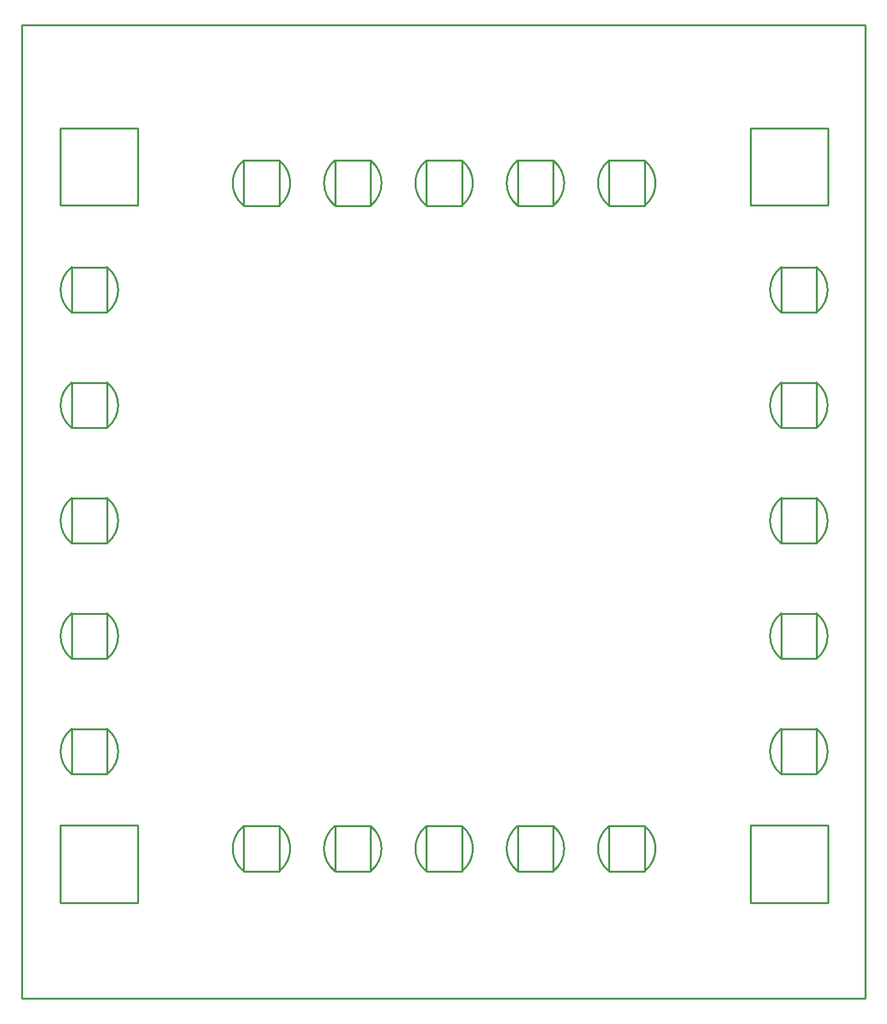
<source format=gko>
G04 Layer: BoardOutlineLayer*
G04 EasyEDA v6.5.29, 2023-07-19 21:34:44*
G04 25dd6f9caf2f465b81daf7de5460995f,5a6b42c53f6a479593ecc07194224c93,10*
G04 Gerber Generator version 0.2*
G04 Scale: 100 percent, Rotated: No, Reflected: No *
G04 Dimensions in millimeters *
G04 leading zeros omitted , absolute positions ,4 integer and 5 decimal *
%FSLAX45Y45*%
%MOMM*%

%ADD10C,0.2540*%
D10*
X0Y12852400D02*
G01*
X11137900Y12852400D01*
X11137900Y0D01*
X0Y0D01*
X0Y12852400D01*
G75*
G01*
X654705Y9060647D02*
G02*
X654949Y9659343I234195J299253D01*
X654949Y9659343D02*
G01*
X654705Y9060647D01*
X654502Y9659899D02*
G01*
X654502Y9059900D01*
X654502Y9059900D02*
G01*
X1123502Y9059900D01*
X1123502Y9059900D02*
G01*
X1123502Y9659899D01*
X1123502Y9659899D02*
G01*
X654502Y9659899D01*
G75*
G01*
X1123097Y9060647D02*
G03*
X1122853Y9659343I-234196J299253D01*
X1122852Y9659343D02*
G01*
X1123096Y9060647D01*
G75*
G01*
X654705Y7536647D02*
G02*
X654949Y8135343I234195J299253D01*
X654949Y8135343D02*
G01*
X654705Y7536647D01*
X654502Y8135899D02*
G01*
X654502Y7535900D01*
X654502Y7535900D02*
G01*
X1123502Y7535900D01*
X1123502Y7535900D02*
G01*
X1123502Y8135899D01*
X1123502Y8135899D02*
G01*
X654502Y8135899D01*
G75*
G01*
X1123097Y7536647D02*
G03*
X1122853Y8135343I-234196J299253D01*
X1122852Y8135343D02*
G01*
X1123096Y7536647D01*
G75*
G01*
X654705Y6012647D02*
G02*
X654949Y6611343I234195J299253D01*
X654949Y6611343D02*
G01*
X654705Y6012647D01*
X654502Y6611899D02*
G01*
X654502Y6011900D01*
X654502Y6011900D02*
G01*
X1123502Y6011900D01*
X1123502Y6011900D02*
G01*
X1123502Y6611899D01*
X1123502Y6611899D02*
G01*
X654502Y6611899D01*
G75*
G01*
X1123097Y6012647D02*
G03*
X1122853Y6611343I-234196J299253D01*
X1122852Y6611343D02*
G01*
X1123096Y6012647D01*
G75*
G01*
X654705Y4488647D02*
G02*
X654949Y5087343I234195J299253D01*
X654949Y5087343D02*
G01*
X654705Y4488647D01*
X654502Y5087899D02*
G01*
X654502Y4487900D01*
X654502Y4487900D02*
G01*
X1123502Y4487900D01*
X1123502Y4487900D02*
G01*
X1123502Y5087899D01*
X1123502Y5087899D02*
G01*
X654502Y5087899D01*
G75*
G01*
X1123097Y4488647D02*
G03*
X1122853Y5087343I-234196J299253D01*
X1122852Y5087343D02*
G01*
X1123096Y4488647D01*
G75*
G01*
X654705Y2964647D02*
G02*
X654949Y3563343I234195J299253D01*
X654949Y3563343D02*
G01*
X654705Y2964647D01*
X654502Y3563899D02*
G01*
X654502Y2963900D01*
X654502Y2963900D02*
G01*
X1123502Y2963900D01*
X1123502Y2963900D02*
G01*
X1123502Y3563899D01*
X1123502Y3563899D02*
G01*
X654502Y3563899D01*
G75*
G01*
X1123097Y2964647D02*
G03*
X1122853Y3563343I-234196J299253D01*
X1122852Y3563343D02*
G01*
X1123096Y2964647D01*
X508000Y11493500D02*
G01*
X508000Y10473499D01*
X508000Y10473499D02*
G01*
X1528000Y10473499D01*
X1528000Y10473499D02*
G01*
X1528000Y11493500D01*
X1528000Y11493500D02*
G01*
X508000Y11493500D01*
G75*
G01*
X4134505Y10470347D02*
G02*
X4134749Y11069043I234195J299253D01*
X4134749Y11069043D02*
G01*
X4134505Y10470347D01*
X4134302Y11069599D02*
G01*
X4134302Y10469600D01*
X4134302Y10469600D02*
G01*
X4603302Y10469600D01*
X4603302Y10469600D02*
G01*
X4603302Y11069599D01*
X4603302Y11069599D02*
G01*
X4134302Y11069599D01*
G75*
G01*
X4602897Y10470347D02*
G03*
X4602653Y11069043I-234196J299253D01*
X4602652Y11069043D02*
G01*
X4602896Y10470347D01*
G75*
G01*
X3396397Y10470347D02*
G03*
X3396153Y11069043I-234196J299253D01*
X3396152Y11069043D02*
G01*
X3396396Y10470347D01*
X2927802Y11069599D02*
G01*
X2927802Y10469600D01*
X2927802Y10469600D02*
G01*
X3396802Y10469600D01*
X3396802Y10469600D02*
G01*
X3396802Y11069599D01*
X3396802Y11069599D02*
G01*
X2927802Y11069599D01*
G75*
G01*
X2928005Y10470347D02*
G02*
X2928249Y11069043I234195J299253D01*
X2928249Y11069043D02*
G01*
X2928005Y10470347D01*
G75*
G01*
X5809397Y10470347D02*
G03*
X5809153Y11069043I-234196J299253D01*
X5809152Y11069043D02*
G01*
X5809396Y10470347D01*
X5340802Y11069599D02*
G01*
X5340802Y10469600D01*
X5340802Y10469600D02*
G01*
X5809802Y10469600D01*
X5809802Y10469600D02*
G01*
X5809802Y11069599D01*
X5809802Y11069599D02*
G01*
X5340802Y11069599D01*
G75*
G01*
X5341005Y10470347D02*
G02*
X5341249Y11069043I234195J299253D01*
X5341249Y11069043D02*
G01*
X5341005Y10470347D01*
G75*
G01*
X7015897Y10470347D02*
G03*
X7015653Y11069043I-234196J299253D01*
X7015652Y11069043D02*
G01*
X7015896Y10470347D01*
X6547302Y11069599D02*
G01*
X6547302Y10469600D01*
X6547302Y10469600D02*
G01*
X7016302Y10469600D01*
X7016302Y10469600D02*
G01*
X7016302Y11069599D01*
X7016302Y11069599D02*
G01*
X6547302Y11069599D01*
G75*
G01*
X6547505Y10470347D02*
G02*
X6547749Y11069043I234195J299253D01*
X6547749Y11069043D02*
G01*
X6547505Y10470347D01*
G75*
G01*
X8222397Y10470347D02*
G03*
X8222153Y11069043I-234196J299253D01*
X8222152Y11069043D02*
G01*
X8222396Y10470347D01*
X7753802Y11069599D02*
G01*
X7753802Y10469600D01*
X7753802Y10469600D02*
G01*
X8222802Y10469600D01*
X8222802Y10469600D02*
G01*
X8222802Y11069599D01*
X8222802Y11069599D02*
G01*
X7753802Y11069599D01*
G75*
G01*
X7754005Y10470347D02*
G02*
X7754249Y11069043I234195J299253D01*
X7754249Y11069043D02*
G01*
X7754005Y10470347D01*
X9626600Y11493500D02*
G01*
X9626600Y10473499D01*
X9626600Y10473499D02*
G01*
X10646600Y10473499D01*
X10646600Y10473499D02*
G01*
X10646600Y11493500D01*
X10646600Y11493500D02*
G01*
X9626600Y11493500D01*
X508000Y2286000D02*
G01*
X508000Y1265999D01*
X508000Y1265999D02*
G01*
X1528000Y1265999D01*
X1528000Y1265999D02*
G01*
X1528000Y2286000D01*
X1528000Y2286000D02*
G01*
X508000Y2286000D01*
X9626600Y2286000D02*
G01*
X9626600Y1265999D01*
X9626600Y1265999D02*
G01*
X10646600Y1265999D01*
X10646600Y1265999D02*
G01*
X10646600Y2286000D01*
X10646600Y2286000D02*
G01*
X9626600Y2286000D01*
G75*
G01*
X10495697Y2964647D02*
G03*
X10495453Y3563343I-234196J299253D01*
X10495452Y3563343D02*
G01*
X10495696Y2964647D01*
X10027102Y3563899D02*
G01*
X10027102Y2963900D01*
X10027102Y2963900D02*
G01*
X10496102Y2963900D01*
X10496102Y2963900D02*
G01*
X10496102Y3563899D01*
X10496102Y3563899D02*
G01*
X10027102Y3563899D01*
G75*
G01*
X10027305Y2964647D02*
G02*
X10027549Y3563343I234195J299253D01*
X10027549Y3563343D02*
G01*
X10027305Y2964647D01*
G75*
G01*
X10495697Y4488647D02*
G03*
X10495453Y5087343I-234196J299253D01*
X10495452Y5087343D02*
G01*
X10495696Y4488647D01*
X10027102Y5087899D02*
G01*
X10027102Y4487900D01*
X10027102Y4487900D02*
G01*
X10496102Y4487900D01*
X10496102Y4487900D02*
G01*
X10496102Y5087899D01*
X10496102Y5087899D02*
G01*
X10027102Y5087899D01*
G75*
G01*
X10027305Y4488647D02*
G02*
X10027549Y5087343I234195J299253D01*
X10027549Y5087343D02*
G01*
X10027305Y4488647D01*
G75*
G01*
X10495697Y6012647D02*
G03*
X10495453Y6611343I-234196J299253D01*
X10495452Y6611343D02*
G01*
X10495696Y6012647D01*
X10027102Y6611899D02*
G01*
X10027102Y6011900D01*
X10027102Y6011900D02*
G01*
X10496102Y6011900D01*
X10496102Y6011900D02*
G01*
X10496102Y6611899D01*
X10496102Y6611899D02*
G01*
X10027102Y6611899D01*
G75*
G01*
X10027305Y6012647D02*
G02*
X10027549Y6611343I234195J299253D01*
X10027549Y6611343D02*
G01*
X10027305Y6012647D01*
G75*
G01*
X10495697Y7536647D02*
G03*
X10495453Y8135343I-234196J299253D01*
X10495452Y8135343D02*
G01*
X10495696Y7536647D01*
X10027102Y8135899D02*
G01*
X10027102Y7535900D01*
X10027102Y7535900D02*
G01*
X10496102Y7535900D01*
X10496102Y7535900D02*
G01*
X10496102Y8135899D01*
X10496102Y8135899D02*
G01*
X10027102Y8135899D01*
G75*
G01*
X10027305Y7536647D02*
G02*
X10027549Y8135343I234195J299253D01*
X10027549Y8135343D02*
G01*
X10027305Y7536647D01*
G75*
G01*
X10495697Y9060647D02*
G03*
X10495453Y9659343I-234196J299253D01*
X10495452Y9659343D02*
G01*
X10495696Y9060647D01*
X10027102Y9659899D02*
G01*
X10027102Y9059900D01*
X10027102Y9059900D02*
G01*
X10496102Y9059900D01*
X10496102Y9059900D02*
G01*
X10496102Y9659899D01*
X10496102Y9659899D02*
G01*
X10027102Y9659899D01*
G75*
G01*
X10027305Y9060647D02*
G02*
X10027549Y9659343I234195J299253D01*
X10027549Y9659343D02*
G01*
X10027305Y9060647D01*
G75*
G01*
X7753906Y1681947D02*
G02*
X7754150Y2280643I234195J299253D01*
X7754150Y2280643D02*
G01*
X7753906Y1681947D01*
X7753703Y2281199D02*
G01*
X7753703Y1681200D01*
X7753703Y1681200D02*
G01*
X8222703Y1681200D01*
X8222703Y1681200D02*
G01*
X8222703Y2281199D01*
X8222703Y2281199D02*
G01*
X7753703Y2281199D01*
G75*
G01*
X8222297Y1681947D02*
G03*
X8222054Y2280643I-234195J299253D01*
X8222053Y2280643D02*
G01*
X8222297Y1681947D01*
G75*
G01*
X6547406Y1681947D02*
G02*
X6547650Y2280643I234195J299253D01*
X6547650Y2280643D02*
G01*
X6547406Y1681947D01*
X6547203Y2281199D02*
G01*
X6547203Y1681200D01*
X6547203Y1681200D02*
G01*
X7016203Y1681200D01*
X7016203Y1681200D02*
G01*
X7016203Y2281199D01*
X7016203Y2281199D02*
G01*
X6547203Y2281199D01*
G75*
G01*
X7015797Y1681947D02*
G03*
X7015554Y2280643I-234195J299253D01*
X7015553Y2280643D02*
G01*
X7015797Y1681947D01*
G75*
G01*
X5340906Y1681947D02*
G02*
X5341150Y2280643I234195J299253D01*
X5341150Y2280643D02*
G01*
X5340906Y1681947D01*
X5340703Y2281199D02*
G01*
X5340703Y1681200D01*
X5340703Y1681200D02*
G01*
X5809703Y1681200D01*
X5809703Y1681200D02*
G01*
X5809703Y2281199D01*
X5809703Y2281199D02*
G01*
X5340703Y2281199D01*
G75*
G01*
X5809297Y1681947D02*
G03*
X5809054Y2280643I-234195J299253D01*
X5809053Y2280643D02*
G01*
X5809297Y1681947D01*
G75*
G01*
X2927906Y1681947D02*
G02*
X2928150Y2280643I234195J299253D01*
X2928150Y2280643D02*
G01*
X2927906Y1681947D01*
X2927703Y2281199D02*
G01*
X2927703Y1681200D01*
X2927703Y1681200D02*
G01*
X3396703Y1681200D01*
X3396703Y1681200D02*
G01*
X3396703Y2281199D01*
X3396703Y2281199D02*
G01*
X2927703Y2281199D01*
G75*
G01*
X3396297Y1681947D02*
G03*
X3396054Y2280643I-234195J299253D01*
X3396053Y2280643D02*
G01*
X3396297Y1681947D01*
G75*
G01*
X4602797Y1681947D02*
G03*
X4602554Y2280643I-234195J299253D01*
X4602553Y2280643D02*
G01*
X4602797Y1681947D01*
X4134203Y2281199D02*
G01*
X4134203Y1681200D01*
X4134203Y1681200D02*
G01*
X4603203Y1681200D01*
X4603203Y1681200D02*
G01*
X4603203Y2281199D01*
X4603203Y2281199D02*
G01*
X4134203Y2281199D01*
G75*
G01*
X4134406Y1681947D02*
G02*
X4134650Y2280643I234195J299253D01*
X4134650Y2280643D02*
G01*
X4134406Y1681947D01*

%LPD*%
M02*

</source>
